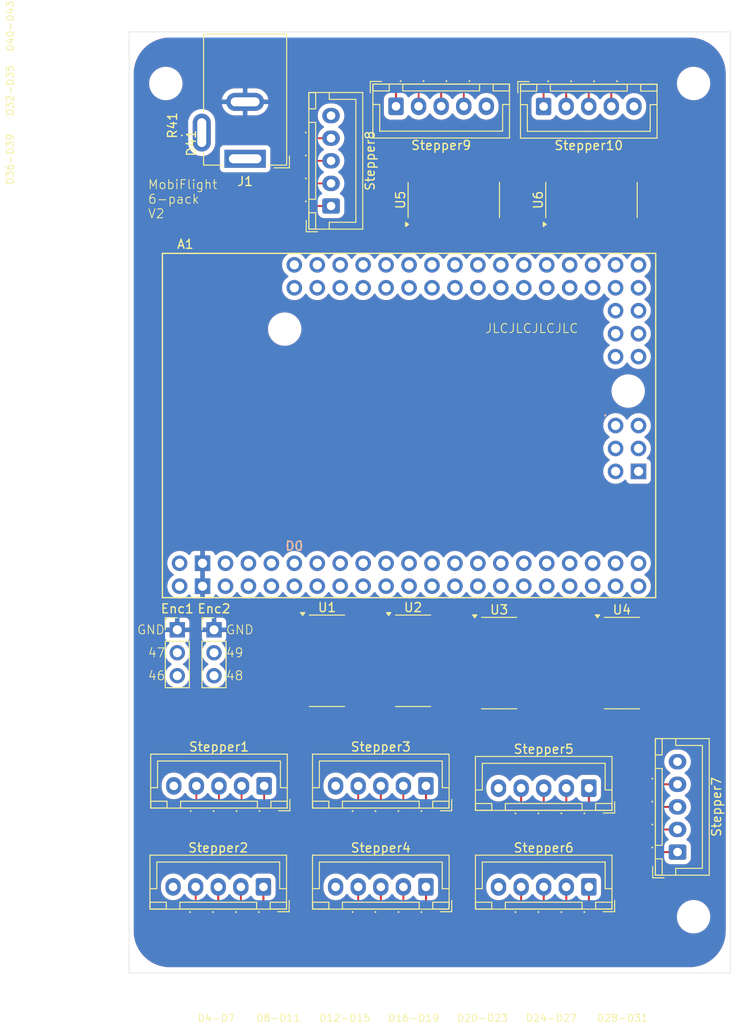
<source format=kicad_pcb>
(kicad_pcb (version 20221018) (generator pcbnew)
  (layers (0 "F.Cu" signal) (31 "B.Cu" signal) (34 "B.Paste" user) (35 "F.Paste" user) (36 "B.SilkS" user "B.Silkscreen") (37 "F.SilkS" user "F.Silkscreen") (38 "B.Mask" user) (39 "F.Mask" user) (44 "Edge.Cuts" user))
  (net 0 "")
  (net 31 "GND")
  (net 40 "VCC")
  (net 41 "S4_1")
  (net 42 "S4_2")
  (net 43 "S4_3")
  (net 44 "S4_4")
  (net 45 "S5_1")
  (net 46 "S5_2")
  (net 47 "S5_3")
  (net 48 "S5_4")
  (net 49 "S1_1")
  (net 50 "S1_2")
  (net 51 "S1_3")
  (net 52 "S1_4")
  (net 53 "S2_1")
  (net 54 "S2_2")
  (net 55 "S2_3")
  (net 56 "S2_4")
  (net 57 "S6_1")
  (net 58 "S6_2")
  (net 59 "S6_3")
  (net 60 "S6_4")
  (net 61 "S7_1")
  (net 62 "S7_2")
  (net 63 "S7_3")
  (net 64 "S7_4")
  (net 65 "S8_1")
  (net 66 "S8_2")
  (net 67 "S8_3")
  (net 68 "S8_4")
  (net 69 "S9_1")
  (net 70 "S9_2")
  (net 71 "S9_3")
  (net 72 "S9_4")
  (net 73 "S10_1")
  (net 74 "S10_2")
  (net 75 "S10_3")
  (net 76 "S10_4")
  (net 79 "S3_1")
  (net 80 "S3_2")
  (net 81 "S3_3")
  (net 82 "S3_4")
  (net 83 "/D4")
  (net 84 "/D5")
  (net 85 "/D6")
  (net 86 "/D7")
  (net 87 "/D8")
  (net 88 "/D9")
  (net 89 "/D10")
  (net 90 "/D11")
  (net 91 "/D12")
  (net 92 "/D13")
  (net 93 "/D14")
  (net 94 "/D15")
  (net 95 "/D16")
  (net 96 "/D17")
  (net 97 "/D18")
  (net 98 "/D19")
  (net 99 "/D20")
  (net 100 "/D21")
  (net 101 "/D22")
  (net 102 "/D23")
  (net 103 "/D24")
  (net 104 "/D25")
  (net 105 "/D26")
  (net 106 "/D27")
  (net 107 "/D28")
  (net 108 "/D29")
  (net 109 "/D30")
  (net 110 "/D31")
  (net 111 "/D32")
  (net 112 "/D33")
  (net 113 "/D34")
  (net 114 "/D35")
  (net 115 "/D36")
  (net 116 "/D37")
  (net 117 "/D38")
  (net 118 "/D39")
  (net 119 "/D40")
  (net 120 "/D41")
  (net 121 "/D42")
  (net 122 "/D43")
  (net 123 "/D44")
  (net 124 "/D45")
  (net 125 "Net-(Enc1-Pin_3)")
  (net 126 "Net-(Enc1-Pin_2)")
  (net 127 "Net-(Enc2-Pin_3)")
  (net 128 "Net-(Enc2-Pin_2)")
  (net 130 "Net-(D1-K)")
  (net 131 "Net-(D2-K)")
  (net 132 "Net-(D3-K)")
  (net 133 "Net-(D4-K)")
  (net 134 "Net-(D5-K)")
  (net 135 "Net-(D6-K)")
  (net 136 "Net-(D7-K)")
  (net 137 "Net-(D8-K)")
  (net 138 "Net-(D9-K)")
  (net 139 "Net-(D10-K)")
  (net 140 "Net-(D11-K)")
  (net 141 "Net-(D12-K)")
  (net 142 "Net-(D13-K)")
  (net 143 "Net-(D14-K)")
  (net 144 "Net-(D15-K)")
  (net 145 "Net-(D16-K)")
  (net 146 "Net-(D17-K)")
  (net 147 "Net-(D18-K)")
  (net 148 "Net-(D19-K)")
  (net 149 "Net-(D20-K)")
  (net 150 "Net-(D21-K)")
  (net 151 "Net-(D22-K)")
  (net 152 "Net-(D23-K)")
  (net 153 "Net-(D24-K)")
  (net 154 "Net-(D25-K)")
  (net 155 "Net-(D26-K)")
  (net 156 "Net-(D27-K)")
  (net 157 "Net-(D28-K)")
  (net 158 "Net-(D29-K)")
  (net 159 "Net-(D30-K)")
  (net 160 "Net-(D31-K)")
  (net 161 "Net-(D32-K)")
  (net 162 "Net-(D33-K)")
  (net 163 "Net-(D34-K)")
  (net 164 "Net-(D35-K)")
  (net 165 "Net-(D36-K)")
  (net 166 "Net-(D37-K)")
  (net 167 "Net-(D38-K)")
  (net 168 "Net-(D39-K)")
  (net 169 "Net-(D40-K)")
  (net 170 "Net-(D41-K)")
  (footprint "MountingHole:MountingHole_3.2mm_M3" (layer "F.Cu") (at 91.44 113.538)
    (fp_text reference "H2" hide)
    (fp_text value "MountingHole")
  )
  (footprint "LED_SMD:LED_0201_0603Metric" (layer "F.Cu") (at 107.322 130.393 -90)
    (fp_text reference "D8" hide)
    (fp_text value "LED")
  )
  (footprint "LED_SMD:LED_0201_0603Metric" (layer "F.Cu") (at 157.643 117.308 180)
    (fp_text reference "D27" hide)
    (fp_text value "LED")
  )
  (footprint "Resistor_SMD:R_0201_0603Metric" (layer "F.Cu") (at 110.878 130.393 90)
    (fp_text reference "R7" hide)
    (fp_text value "470R")
  )
  (footprint "LED_SMD:LED_0201_0603Metric" (layer "F.Cu") (at 138.256 36.722 90)
    (fp_text reference "D36" hide)
    (fp_text value "LED")
  )
  (footprint "LED_SMD:LED_0201_0603Metric" (layer "F.Cu") (at 152.052 36.739 90)
    (fp_text reference "D39" hide)
    (fp_text value "LED")
  )
  (footprint "Package_SO:SOIC-16_3.9x9.9mm_P1.27mm" (layer "F.Cu") (at 132.015 101.727)
    (fp_text reference "U2")
    (fp_text value "ULN2003")
  )
  (footprint "LED_SMD:LED_0201_0603Metric" (layer "F.Cu") (at 148.43 130.393 -90)
    (fp_text reference "D22" hide)
    (fp_text value "LED")
  )
  (footprint "Connector_JST:JST_XH_B5B-XH-A_1x05_P2.50mm_Vertical" (layer "F.Cu") (at 161.29 122.896 90)
    (fp_text reference "Stepper7")
    (fp_text value "Conn_01x05_Pin")
  )
  (footprint "LED_SMD:LED_0201_0603Metric" (layer "F.Cu") (at 106.426 44.45 -90)
    (fp_text reference "D41")
    (fp_text value "LED")
  )
  (footprint "Resistor_SMD:R_0201_0603Metric" (layer "F.Cu") (at 119.289 46.83)
    (fp_text reference "R31" hide)
    (fp_text value "470R")
  )
  (footprint "Package_SO:SOIC-16_3.9x9.9mm_P1.27mm" (layer "F.Cu") (at 136.525 50.735 90)
    (fp_text reference "U5")
    (fp_text value "ULN2003")
  )
  (footprint "LED_SMD:LED_0201_0603Metric" (layer "F.Cu") (at 145.89 119.471 -90)
    (fp_text reference "D19" hide)
    (fp_text value "LED")
  )
  (footprint "LED_SMD:LED_0201_0603Metric" (layer "F.Cu") (at 150.97 130.393 -90)
    (fp_text reference "D21" hide)
    (fp_text value "LED")
  )
  (footprint "Resistor_SMD:R_0201_0603Metric" (layer "F.Cu") (at 144.366 119.471 90)
    (fp_text reference "R20" hide)
    (fp_text value "470R")
  )
  (footprint "PCM_arduino-library:Clone_Mega2560_Pro_Socket" (layer "F.Cu") (at 104.267 56.642)
    (fp_text reference "A1")
    (fp_text value "Clone_Mega2560_Pro_Socket")
  )
  (footprint "LED_SMD:LED_0201_0603Metric" (layer "F.Cu") (at 107.402 119.217 -90)
    (fp_text reference "D4" hide)
    (fp_text value "LED")
  )
  (footprint "Resistor_SMD:R_0201_0603Metric" (layer "F.Cu") (at 148.495999 36.739 -90)
    (fp_text reference "R38" hide)
    (fp_text value "470R")
  )
  (footprint "Resistor_SMD:R_0201_0603Metric" (layer "F.Cu") (at 157.643 120.864001)
    (fp_text reference "R26" hide)
    (fp_text value "470R")
  )
  (footprint "Connector_JST:JST_XH_B5B-XH-A_1x05_P2.50mm_Vertical" (layer "F.Cu") (at 115.53 115.57 180)
    (fp_text reference "Stepper1")
    (fp_text value "Conn_01x05_Pin")
  )
  (footprint "Resistor_SMD:R_0201_0603Metric" (layer "F.Cu") (at 128.872 119.217 90)
    (fp_text reference "R11" hide)
    (fp_text value "470R")
  )
  (footprint "LED_SMD:LED_0201_0603Metric" (layer "F.Cu") (at 115.022 119.217 -90)
    (fp_text reference "D1" hide)
    (fp_text value "LED")
  )
  (footprint "MountingHole:MountingHole_3.2mm_M3" (layer "F.Cu") (at 163.068 37.846)
    (fp_text reference "H3" hide)
    (fp_text value "MountingHole")
  )
  (footprint "Resistor_SMD:R_0201_0603Metric" (layer "F.Cu") (at 108.338 130.393 90)
    (fp_text reference "R8" hide)
    (fp_text value "470R")
  )
  (footprint "Resistor_SMD:R_0201_0603Metric" (layer "F.Cu") (at 153.576 36.739 -90)
    (fp_text reference "R40" hide)
    (fp_text value "470R")
  )
  (footprint "Resistor_SMD:R_0201_0603Metric" (layer "F.Cu") (at 145.956 36.739 -90)
    (fp_text reference "R37" hide)
    (fp_text value "470R")
  )
  (footprint "LED_SMD:LED_0201_0603Metric" (layer "F.Cu") (at 109.862 130.393 -90)
    (fp_text reference "D7" hide)
    (fp_text value "LED")
  )
  (footprint "Resistor_SMD:R_0201_0603Metric" (layer "F.Cu") (at 119.289 51.91)
    (fp_text reference "R29" hide)
    (fp_text value "470R")
  )
  (footprint "LED_SMD:LED_0201_0603Metric" (layer "F.Cu") (at 133.175999 36.722 90)
    (fp_text reference "D34" hide)
    (fp_text value "LED")
  )
  (footprint "LED_SMD:LED_0201_0603Metric" (layer "F.Cu") (at 135.716 36.722 90)
    (fp_text reference "D35" hide)
    (fp_text value "LED")
  )
  (footprint "LED_SMD:LED_0201_0603Metric" (layer "F.Cu") (at 119.289 48.354 180)
    (fp_text reference "D30" hide)
    (fp_text value "LED")
  )
  (footprint "Resistor_SMD:R_0201_0603Metric" (layer "F.Cu") (at 131.412 130.393 90)
    (fp_text reference "R14" hide)
    (fp_text value "470R")
  )
  (footprint "MountingHole:MountingHole_3.2mm_M3" (layer "F.Cu") (at 163.068 130.048)
    (fp_text reference "H4" hide)
    (fp_text value "MountingHole")
  )
  (footprint "Resistor_SMD:R_0201_0603Metric" (layer "F.Cu") (at 146.906 130.393 90)
    (fp_text reference "R23" hide)
    (fp_text value "470R")
  )
  (footprint "Connector_JST:JST_XH_B5B-XH-A_1x05_P2.50mm_Vertical" (layer "F.Cu") (at 122.936 51.402 90)
    (fp_text reference "Stepper8")
    (fp_text value "Conn_01x05_Pin")
  )
  (footprint "Resistor_SMD:R_0201_0603Metric" (layer "F.Cu") (at 134.7 36.722 -90)
    (fp_text reference "R35" hide)
    (fp_text value "470R")
  )
  (footprint "Resistor_SMD:R_0201_0603Metric" (layer "F.Cu") (at 119.289 49.370001)
    (fp_text reference "R30" hide)
    (fp_text value "470R")
  )
  (footprint "Resistor_SMD:R_0201_0603Metric" (layer "F.Cu") (at 151.986 130.393 90)
    (fp_text reference "R21" hide)
    (fp_text value "470R")
  )
  (footprint "LED_SMD:LED_0201_0603Metric" (layer "F.Cu") (at 143.35 130.393 -90)
    (fp_text reference "D24" hide)
    (fp_text value "LED")
  )
  (footprint "LED_SMD:LED_0201_0603Metric" (layer "F.Cu") (at 132.936 119.217 -90)
    (fp_text reference "D9" hide)
    (fp_text value "LED")
  )
  (footprint "LED_SMD:LED_0201_0603Metric" (layer "F.Cu") (at 157.643 119.848 180)
    (fp_text reference "D26" hide)
    (fp_text value "LED")
  )
  (footprint "LED_SMD:LED_0201_0603Metric" (layer "F.Cu") (at 130.396 130.393 -90)
    (fp_text reference "D14" hide)
    (fp_text value "LED")
  )
  (footprint "Resistor_SMD:R_0201_0603Metric" (layer "F.Cu") (at 151.986 119.471 90)
    (fp_text reference "R17" hide)
    (fp_text value "470R")
  )
  (footprint "Package_SO:SOIC-16_3.9x9.9mm_P1.27mm" (layer "F.Cu") (at 122.493 101.727)
    (fp_text reference "U1")
    (fp_text value "ULN2003")
  )
  (footprint "LED_SMD:LED_0201_0603Metric" (layer "F.Cu") (at 114.942 130.393 -90)
    (fp_text reference "D5" hide)
    (fp_text value "LED")
  )
  (footprint "LED_SMD:LED_0201_0603Metric" (layer "F.Cu") (at 149.511999 36.739 90)
    (fp_text reference "D38" hide)
    (fp_text value "LED")
  )
  (footprint "LED_SMD:LED_0201_0603Metric" (layer "F.Cu") (at 109.942 119.217 -90)
    (fp_text reference "D3" hide)
    (fp_text value "LED")
  )
  (footprint "LED_SMD:LED_0201_0603Metric" (layer "F.Cu") (at 125.316 119.217 -90)
    (fp_text reference "D12" hide)
    (fp_text value "LED")
  )
  (footprint "Resistor_SMD:R_0201_0603Metric" (layer "F.Cu") (at 110.958 119.217 90)
    (fp_text reference "R3" hide)
    (fp_text value "470R")
  )
  (footprint "Resistor_SMD:R_0201_0603Metric" (layer "F.Cu") (at 133.952 119.217 90)
    (fp_text reference "R9" hide)
    (fp_text value "470R")
  )
  (footprint "Connector_PinHeader_2.54mm:PinHeader_1x03_P2.54mm_Vertical" (layer "F.Cu") (at 109.982 98.298)
    (fp_text reference "Enc2")
    (fp_text value "Conn_01x03_Pin")
  )
  (footprint "Resistor_SMD:R_0201_0603Metric" (layer "F.Cu") (at 157.643 123.404)
    (fp_text reference "R25" hide)
    (fp_text value "470R")
  )
  (footprint "Connector_JST:JST_XH_B5B-XH-A_1x05_P2.50mm_Vertical" (layer "F.Cu") (at 115.45 126.746 180)
    (fp_text reference "Stepper2")
    (fp_text value "Conn_01x05_Pin")
  )
  (footprint "Resistor_SMD:R_0201_0603Metric" (layer "F.Cu") (at 157.643 115.784)
    (fp_text reference "R28" hide)
    (fp_text value "470R")
  )
  (footprint "Resistor_SMD:R_0201_0603Metric" (layer "F.Cu") (at 157.643 118.324)
    (fp_text reference "R27" hide)
    (fp_text value "470R")
  )
  (footprint "LED_SMD:LED_0201_0603Metric" (layer "F.Cu") (at 154.592 36.739 90)
    (fp_text reference "D40" hide)
    (fp_text value "LED")
  )
  (footprint "LED_SMD:LED_0201_0603Metric" (layer "F.Cu") (at 125.316 130.393 -90)
    (fp_text reference "D16" hide)
    (fp_text value "LED")
  )
  (footprint "Connector_JST:JST_XH_B5B-XH-A_1x05_P2.50mm_Vertical" (layer "F.Cu") (at 146.464 40.386)
    (fp_text reference "Stepper10")
    (fp_text value "Conn_01x05_Pin")
  )
  (footprint "Resistor_SMD:R_0201_0603Metric" (layer "F.Cu") (at 146.906 119.471 90)
    (fp_text reference "R19" hide)
    (fp_text value "470R")
  )
  (footprint "Resistor_SMD:R_0201_0603Metric" (layer "F.Cu") (at 126.332 130.393 90)
    (fp_text reference "R16" hide)
    (fp_text value "470R")
  )
  (footprint "Resistor_SMD:R_0201_0603Metric" (layer "F.Cu") (at 126.332 119.217 90)
    (fp_text reference "R12" hide)
    (fp_text value "470R")
  )
  (footprint "Package_SO:SOIC-16_3.9x9.9mm_P1.27mm" (layer "F.Cu") (at 155.129 101.981)
    (fp_text reference "U4")
    (fp_text value "ULN2003")
  )
  (footprint "Connector_JST:JST_XH_B5B-XH-A_1x05_P2.50mm_Vertical" (layer "F.Cu") (at 130.128 40.369)
    (fp_text reference "Stepper9")
    (fp_text value "Conn_01x05_Pin")
  )
  (footprint "Connector_JST:JST_XH_B5B-XH-A_1x05_P2.50mm_Vertical" (layer "F.Cu") (at 151.478 126.746 180)
    (fp_text reference "Stepper6")
    (fp_text value "Conn_01x05_Pin")
  )
  (footprint "LED_SMD:LED_0201_0603Metric" (layer "F.Cu") (at 157.643 114.768 180)
    (fp_text reference "D28" hide)
    (fp_text value "LED")
  )
  (footprint "Resistor_SMD:R_0201_0603Metric" (layer "F.Cu") (at 113.498 119.217 90)
    (fp_text reference "R2" hide)
    (fp_text value "470R")
  )
  (footprint "LED_SMD:LED_0201_0603Metric" (layer "F.Cu") (at 130.396 119.217 -90)
    (fp_text reference "D10" hide)
    (fp_text value "LED")
  )
  (footprint "Resistor_SMD:R_0201_0603Metric" (layer "F.Cu") (at 137.24 36.722 -90)
    (fp_text reference "R36" hide)
    (fp_text value "470R")
  )
  (footprint "Connector_JST:JST_XH_B5B-XH-A_1x05_P2.50mm_Vertical" (layer "F.Cu") (at 151.478 115.824 180)
    (fp_text reference "Stepper5")
    (fp_text value "Conn_01x05_Pin")
  )
  (footprint "MountingHole:MountingHole_3.2mm_M3" (layer "F.Cu") (at 104.648 37.846)
    (fp_text reference "H1" hide)
    (fp_text value "MountingHole")
  )
  (footprint "Connector_BarrelJack:BarrelJack_GCT_DCJ200-10-A_Horizontal" (layer "F.Cu") (at 113.426 46.178 180)
    (fp_text reference "J1")
    (fp_text value "Barrel_Jack_Switch")
  )
  (footprint "Resistor_SMD:R_0201_0603Metric" (layer "F.Cu") (at 106.426 42.484 90)
    (fp_text reference "R41")
    (fp_text value "470R")
  )
  (footprint "Resistor_SMD:R_0201_0603Metric" (layer "F.Cu") (at 133.952 130.393 90)
    (fp_text reference "R13" hide)
    (fp_text value "470R")
  )
  (footprint "Resistor_SMD:R_0201_0603Metric" (layer "F.Cu") (at 144.366 130.393 90)
    (fp_text reference "R24" hide)
    (fp_text value "470R")
  )
  (footprint "Package_SO:SOIC-16_3.9x9.9mm_P1.27mm" (layer "F.Cu") (at 141.543 101.981)
    (fp_text reference "U3")
    (fp_text value "ULN2003")
  )
  (footprint "Resistor_SMD:R_0201_0603Metric" (layer "F.Cu") (at 116.038 119.217 90)
    (fp_text reference "R1" hide)
    (fp_text value "470R")
  )
  (footprint "LED_SMD:LED_0201_0603Metric" (layer "F.Cu") (at 146.971999 36.739 90)
    (fp_text reference "D37" hide)
    (fp_text value "LED")
  )
  (footprint "LED_SMD:LED_0201_0603Metric" (layer "F.Cu") (at 112.402 130.393 -90)
    (fp_text reference "D6" hide)
    (fp_text value "LED")
  )
  (footprint "LED_SMD:LED_0201_0603Metric" (layer "F.Cu") (at 132.936 130.393 -90)
    (fp_text reference "D13" hide)
    (fp_text value "LED")
  )
  (footprint "Resistor_SMD:R_0201_0603Metric" (layer "F.Cu") (at 129.62 36.722 -90)
    (fp_text reference "R33" hide)
    (fp_text value "470R")
  )
  (footprint "Connector_PinHeader_2.54mm:PinHeader_1x03_P2.54mm_Vertical" (layer "F.Cu") (at 105.918 98.298)
    (fp_text reference "Enc1")
    (fp_text value "Conn_01x03_Pin")
  )
  (footprint "LED_SMD:LED_0201_0603Metric" (layer "F.Cu") (at 127.856 119.217 -90)
    (fp_text reference "D11" hide)
    (fp_text value "LED")
  )
  (footprint "LED_SMD:LED_0201_0603Metric" (layer "F.Cu") (at 130.635999 36.722 90)
    (fp_text reference "D33" hide)
    (fp_text value "LED")
  )
  (footprint "Resistor_SMD:R_0201_0603Metric" (layer "F.Cu") (at 149.446 130.393 90)
    (fp_text reference "R22" hide)
    (fp_text value "470R")
  )
  (footprint "Connector_JST:JST_XH_B5B-XH-A_1x05_P2.50mm_Vertical" (layer "F.Cu") (at 133.444 115.57 180)
    (fp_text reference "Stepper3")
    (fp_text value "Conn_01x05_Pin")
  )
  (footprint "LED_SMD:LED_0201_0603Metric" (layer "F.Cu") (at 119.289 43.274 180)
    (fp_text reference "D32" hide)
    (fp_text value "LED")
  )
  (footprint "Resistor_SMD:R_0201_0603Metric" (layer "F.Cu") (at 128.872 130.393 90)
    (fp_text reference "R15" hide)
    (fp_text value "470R")
  )
  (footprint "Resistor_SMD:R_0201_0603Metric" (layer "F.Cu") (at 119.289 44.29)
    (fp_text reference "R32" hide)
    (fp_text value "470R")
  )
  (footprint "Resistor_SMD:R_0201_0603Metric" (layer "F.Cu") (at 132.159999 36.722 -90)
    (fp_text reference "R34" hide)
    (fp_text value "470R")
  )
  (footprint "LED_SMD:LED_0201_0603Metric" (layer "F.Cu") (at 157.643 122.388001 180)
    (fp_text reference "D25" hide)
    (fp_text value "LED")
  )
  (footprint "Resistor_SMD:R_0201_0603Metric" (layer "F.Cu") (at 151.036 36.739 -90)
    (fp_text reference "R39" hide)
    (fp_text value "470R")
  )
  (footprint "Resistor_SMD:R_0201_0603Metric" (layer "F.Cu") (at 113.418 130.393 90)
    (fp_text reference "R6" hide)
    (fp_text value "470R")
  )
  (footprint "LED_SMD:LED_0201_0603Metric" (layer "F.Cu") (at 150.97 119.471 -90)
    (fp_text reference "D17" hide)
    (fp_text value "LED")
  )
  (footprint "Resistor_SMD:R_0201_0603Metric" (layer "F.Cu") (at 115.958 130.393 90)
    (fp_text reference "R5" hide)
    (fp_text value "470R")
  )
  (footprint "Resistor_SMD:R_0201_0603Metric" (layer "F.Cu") (at 131.412 119.217 90)
    (fp_text reference "R10" hide)
    (fp_text value "470R")
  )
  (footprint "Resistor_SMD:R_0201_0603Metric" (layer "F.Cu") (at 149.446 119.471 90)
    (fp_text reference "R18" hide)
    (fp_text value "470R")
  )
  (footprint "LED_SMD:LED_0201_0603Metric" (layer "F.Cu") (at 119.289 50.894001 180)
    (fp_text reference "D29" hide)
    (fp_text value "LED")
  )
  (footprint "LED_SMD:LED_0201_0603Metric" (layer "F.Cu") (at 112.482 119.217 -90)
    (fp_text reference "D2" hide)
    (fp_text value "LED")
  )
  (footprint "Resistor_SMD:R_0201_0603Metric" (layer "F.Cu") (at 108.418 119.217 90)
    (fp_text reference "R4" hide)
    (fp_text value "470R")
  )
  (footprint "LED_SMD:LED_0201_0603Metric" (layer "F.Cu") (at 148.43 119.471 -90)
    (fp_text reference "D18" hide)
    (fp_text value "LED")
  )
  (footprint "Package_SO:SOIC-16_3.9x9.9mm_P1.27mm" (layer "F.Cu") (at 151.765 50.735 90)
    (fp_text reference "U6")
    (fp_text value "ULN2003")
  )
  (footprint "Connector_JST:JST_XH_B5B-XH-A_1x05_P2.50mm_Vertical" (layer "F.Cu") (at 133.444 126.746 180)
    (fp_text reference "Stepper4")
    (fp_text value "Conn_01x05_Pin")
  )
  (footprint "LED_SMD:LED_0201_0603Metric" (layer "F.Cu") (at 127.856 130.393 -90)
    (fp_text reference "D15" hide)
    (fp_text value "LED")
  )
  (footprint "LED_SMD:LED_0201_0603Metric" (layer "F.Cu") (at 143.35 119.471 -90)
    (fp_text reference "D20" hide)
    (fp_text value "LED")
  )
  (footprint "LED_SMD:LED_0201_0603Metric" (layer "F.Cu") (at 145.89 130.393 -90)
    (fp_text reference "D23" hide)
    (fp_text value "LED")
  )
  (footprint "LED_SMD:LED_0201_0603Metric" (layer "F.Cu") (at 119.289 45.814 180)
    (fp_text reference "D31" hide)
    (fp_text value "LED")
  )
  (gr_rect (start 100.584 32.138) (end 167.132 136.278) (stroke (width 0.05)) (fill none) (layer "Edge.Cuts"))
  (gr_text "D12-D15" (at 124.46 141.732) (layer "F.SilkS") (effects (font (size 0.8 0.8) (thickness 0.1)) (justify bottom)))
  (gr_text "D36-D39" (at 87.884 46.228 90) (layer "F.SilkS") (effects (font (size 0.8 0.8) (thickness 0.1)) (justify bottom)))
  (gr_text "GND" (at 111.252 98.298) (layer "F.SilkS") (effects (font (size 1 1) (thickness 0.1)) (justify left)))
  (gr_text "49" (at 111.252 100.838) (layer "F.SilkS") (effects (font (size 1 1) (thickness 0.1)) (justify left)))
  (gr_text "46" (at 104.648 103.378) (layer "F.SilkS") (effects (font (size 1 1) (thickness 0.1)) (justify right)))
  (gr_text "D4-D7" (at 110.236 141.732) (layer "F.SilkS") (effects (font (size 0.8 0.8) (thickness 0.1)) (justify bottom)))
  (gr_text "D20-D23" (at 139.7 141.732) (layer "F.SilkS") (effects (font (size 0.8 0.8) (thickness 0.1)) (justify bottom)))
  (gr_text "47" (at 104.648 100.838) (layer "F.SilkS") (effects (font (size 1 1) (thickness 0.1)) (justify right)))
  (gr_text "D8-D11" (at 117.094 141.732) (layer "F.SilkS") (effects (font (size 0.8 0.8) (thickness 0.1)) (justify bottom)))
  (gr_text "D32-D35" (at 87.884 38.608 90) (layer "F.SilkS") (effects (font (size 0.8 0.8) (thickness 0.1)) (justify bottom)))
  (gr_text "MobiFlight\n6-pack\nV2" (at 102.616 52.832) (layer "F.SilkS") (effects (font (size 1 1) (thickness 0.1)) (justify left bottom)))
  (gr_text "D28-D31" (at 155.194 141.732) (layer "F.SilkS") (effects (font (size 0.8 0.8) (thickness 0.1)) (justify bottom)))
  (gr_text "D16-D19" (at 132.08 141.732) (layer "F.SilkS") (effects (font (size 0.8 0.8) (thickness 0.1)) (justify bottom)))
  (gr_text "D40-D43" (at 87.884 31.496 90) (layer "F.SilkS") (effects (font (size 0.8 0.8) (thickness 0.1)) (justify bottom)))
  (gr_text "D24-D27" (at 147.32 141.732) (layer "F.SilkS") (effects (font (size 0.8 0.8) (thickness 0.1)) (justify bottom)))
  (gr_text "48" (at 111.252 103.378) (layer "F.SilkS") (effects (font (size 1 1) (thickness 0.1)) (justify left)))
  (gr_text "GND" (at 104.588 98.298) (layer "F.SilkS") (effects (font (size 1 1) (thickness 0.1)) (justify right)))
  (gr_text "JLCJLCJLCJLC" (at 139.954 65.532) (layer "F.SilkS") (effects (font (size 1 1) (thickness 0.1)) (justify left bottom)))
  (segment (start 133.952 130.073) (end 133.952 129.032) (width 0.2) (layer "F.Cu") (net 41))
  (segment (start 133.444 128.524) (end 133.444 126.746) (width 0.2) (layer "F.Cu") (net 41))
  (segment (start 133.952 129.032) (end 133.444 128.524) (width 0.2) (layer "F.Cu") (net 41))
  (segment (start 133.444 128.524) (end 133.444 126.746) (width 0.2) (layer "F.Cu") (net 41))
  (segment (start 133.952 130.073) (end 133.952 129.032) (width 0.2) (layer "F.Cu") (net 41))
  (segment (start 133.444 128.524) (end 133.444 126.746) (width 0.2) (layer "F.Cu") (net 41))
  (segment (start 133.952 129.032) (end 133.444 128.524) (width 0.2) (layer "F.Cu") (net 41))
  (segment (start 133.952 129.032) (end 133.444 128.524) (width 0.2) (layer "F.Cu") (net 41))
  (segment (start 133.952 130.073) (end 133.952 129.032) (width 0.2) (layer "F.Cu") (net 41))
  (segment (start 130.944 128.564) (end 130.944 126.746) (width 0.2) (layer "F.Cu") (net 42))
  (segment (start 131.412 129.032) (end 130.944 128.564) (width 0.2) (layer "F.Cu") (net 42))
  (segment (start 130.944 128.564) (end 130.944 126.746) (width 0.2) (layer "F.Cu") (net 42))
  (segment (start 131.412 130.073) (end 131.412 129.032) (width 0.2) (layer "F.Cu") (net 42))
  (segment (start 131.412 130.073) (end 131.412 129.032) (width 0.2) (layer "F.Cu") (net 42))
  (segment (start 131.412 129.032) (end 130.944 128.564) (width 0.2) (layer "F.Cu") (net 42))
  (segment (start 131.412 130.073) (end 131.412 129.032) (width 0.2) (layer "F.Cu") (net 42))
  (segment (start 130.944 128.564) (end 130.944 126.746) (width 0.2) (layer "F.Cu") (net 42))
  (segment (start 131.412 129.032) (end 130.944 128.564) (width 0.2) (layer "F.Cu") (net 42))
  (segment (start 128.444 128.604) (end 128.444 126.746) (width 0.2) (layer "F.Cu") (net 43))
  (segment (start 128.872 129.032) (end 128.444 128.604) (width 0.2) (layer "F.Cu") (net 43))
  (segment (start 128.872 129.032) (end 128.444 128.604) (width 0.2) (layer "F.Cu") (net 43))
  (segment (start 128.872 129.032) (end 128.444 128.604) (width 0.2) (layer "F.Cu") (net 43))
  (segment (start 128.872 130.073) (end 128.872 129.032) (width 0.2) (layer "F.Cu") (net 43))
  (segment (start 128.444 128.604) (end 128.444 126.746) (width 0.2) (layer "F.Cu") (net 43))
  (segment (start 128.444 128.604) (end 128.444 126.746) (width 0.2) (layer "F.Cu") (net 43))
  (segment (start 128.872 130.073) (end 128.872 129.032) (width 0.2) (layer "F.Cu") (net 43))
  (segment (start 128.872 130.073) (end 128.872 129.032) (width 0.2) (layer "F.Cu") (net 43))
  (segment (start 126.332 130.073) (end 126.332 129.032) (width 0.2) (layer "F.Cu") (net 44))
  (segment (start 126.332 129.032) (end 125.944 128.644) (width 0.2) (layer "F.Cu") (net 44))
  (segment (start 126.332 129.032) (end 125.944 128.644) (width 0.2) (layer "F.Cu") (net 44))
  (segment (start 126.332 129.032) (end 125.944 128.644) (width 0.2) (layer "F.Cu") (net 44))
  (segment (start 125.944 128.644) (end 125.944 126.746) (width 0.2) (layer "F.Cu") (net 44))
  (segment (start 125.944 128.644) (end 125.944 126.746) (width 0.2) (layer "F.Cu") (net 44))
  (segment (start 126.332 130.073) (end 126.332 129.032) (width 0.2) (layer "F.Cu") (net 44))
  (segment (start 125.944 128.644) (end 125.944 126.746) (width 0.2) (layer "F.Cu") (net 44))
  (segment (start 126.332 130.073) (end 126.332 129.032) (width 0.2) (layer "F.Cu") (net 44))
  (segment (start 151.986 118.11) (end 151.478 117.602) (width 0.2) (layer "F.Cu") (net 45))
  (segment (start 151.986 119.151) (end 151.986 118.11) (width 0.2) (layer "F.Cu") (net 45))
  (segment (start 151.986 119.151) (end 151.986 118.11) (width 0.2) (layer "F.Cu") (net 45))
  (segment (start 151.986 118.11) (end 151.478 117.602) (width 0.2) (layer "F.Cu") (net 45))
  (segment (start 151.986 118.11) (end 151.478 117.602) (width 0.2) (layer "F.Cu") (net 45))
  (segment (start 151.478 117.602) (end 151.478 115.824) (width 0.2) (layer "F.Cu") (net 45))
  (segment (start 151.478 117.602) (end 151.478 115.824) (width 0.2) (layer "F.Cu") (net 45))
  (segment (start 151.986 119.151) (end 151.986 118.11) (width 0.2) (layer "F.Cu") (net 45))
  (segment (start 151.478 117.602) (end 151.478 115.824) (width 0.2) (layer "F.Cu") (net 45))
  (segment (start 149.446 118.11) (end 148.978 117.642) (width 0.2) (layer "F.Cu") (net 46))
  (segment (start 149.446 118.11) (end 148.978 117.642) (width 0.2) (layer "F.Cu") (net 46))
  (segment (start 149.446 119.151) (end 149.446 118.11) (width 0.2) (layer "F.Cu") (net 46))
  (segment (start 149.446 118.11) (end 148.978 117.642) (width 0.2) (layer "F.Cu") (net 46))
  (segment (start 148.978 117.642) (end 148.978 115.824) (width 0.2) (layer "F.Cu") (net 46))
  (segment (start 148.978 117.642) (end 148.978 115.824) (width 0.2) (layer "F.Cu") (net 46))
  (segment (start 148.978 117.642) (end 148.978 115.824) (width 0.2) (layer "F.Cu") (net 46))
  (segment (start 149.446 119.151) (end 149.446 118.11) (width 0.2) (layer "F.Cu") (net 46))
  (segment (start 149.446 119.151) (end 149.446 118.11) (width 0.2) (layer "F.Cu") (net 46))
  (segment (start 146.906 118.11) (end 146.478 117.682) (width 0.2) (layer "F.Cu") (net 47))
  (segment (start 146.906 118.11) (end 146.478 117.682) (width 0.2) (layer "F.Cu") (net 47))
  (segment (start 146.478 117.682) (end 146.478 115.824) (width 0.2) (layer "F.Cu") (net 47))
  (segment (start 146.906 118.11) (end 146.478 117.682) (width 0.2) (layer "F.Cu") (net 47))
  (segment (start 146.906 119.151) (end 146.906 118.11) (width 0.2) (layer "F.Cu") (net 47))
  (segment (start 146.906 119.151) (end 146.906 118.11) (width 0.2) (layer "F.Cu") (net 47))
  (segment (start 146.478 117.682) (end 146.478 115.824) (width 0.2) (layer "F.Cu") (net 47))
  (segment (start 146.478 117.682) (end 146.478 115.824) (width 0.2) (layer "F.Cu") (net 47))
  (segment (start 146.906 119.151) (end 146.906 118.11) (width 0.2) (layer "F.Cu") (net 47))
  (segment (start 144.366 119.151) (end 144.366 118.11) (width 0.2) (layer "F.Cu") (net 48))
  (segment (start 143.978 117.722) (end 143.978 115.824) (width 0.2) (layer "F.Cu") (net 48))
  (segment (start 144.366 118.11) (end 143.978 117.722) (width 0.2) (layer "F.Cu") (net 48))
  (segment (start 144.366 118.11) (end 143.978 117.722) (width 0.2) (layer "F.Cu") (net 48))
  (segment (start 143.978 117.722) (end 143.978 115.824) (width 0.2) (layer "F.Cu") (net 48))
  (segment (start 144.366 119.151) (end 144.366 118.11) (width 0.2) (layer "F.Cu") (net 48))
  (segment (start 144.366 118.11) (end 143.978 117.722) (width 0.2) (layer "F.Cu") (net 48))
  (segment (start 144.366 119.151) (end 144.366 118.11) (width 0.2) (layer "F.Cu") (net 48))
  (segment (start 143.978 117.722) (end 143.978 115.824) (width 0.2) (layer "F.Cu") (net 48))
  (segment (start 115.958 130.073) (end 115.958 129.032) (width 0.2) (layer "F.Cu") (net 49))
  (segment (start 115.958 130.073) (end 115.958 129.032) (width 0.2) (layer "F.Cu") (net 49))
  (segment (start 115.958 129.032) (end 115.45 128.524) (width 0.2) (layer "F.Cu") (net 49))
  (segment (start 115.45 128.524) (end 115.45 126.746) (width 0.2) (layer "F.Cu") (net 49))
  (segment (start 115.958 129.032) (end 115.45 128.524) (width 0.2) (layer "F.Cu") (net 49))
  (segment (start 115.958 130.073) (end 115.958 129.032) (width 0.2) (layer "F.Cu") (net 49))
  (segment (start 115.958 129.032) (end 115.45 128.524) (width 0.2) (layer "F.Cu") (net 49))
  (segment (start 115.45 128.524) (end 115.45 126.746) (width 0.2) (layer "F.Cu") (net 49))
  (segment (start 115.45 128.524) (end 115.45 126.746) (width 0.2) (layer "F.Cu") (net 49))
  (segment (start 112.95 128.564) (end 112.95 126.746) (width 0.2) (layer "F.Cu") (net 50))
  (segment (start 113.418 129.032) (end 112.95 128.564) (width 0.2) (layer "F.Cu") (net 50))
  (segment (start 113.418 130.073) (end 113.418 129.032) (width 0.2) (layer "F.Cu") (net 50))
  (segment (start 113.418 129.032) (end 112.95 128.564) (width 0.2) (layer "F.Cu") (net 50))
  (segment (start 112.95 128.564) (end 112.95 126.746) (width 0.2) (layer "F.Cu") (net 50))
  (segment (start 113.418 130.073) (end 113.418 129.032) (width 0.2) (layer "F.Cu") (net 50))
  (segment (start 112.95 128.564) (end 112.95 126.746) (width 0.2) (layer "F.Cu") (net 50))
  (segment (start 113.418 130.073) (end 113.418 129.032) (width 0.2) (layer "F.Cu") (net 50))
  (segment (start 113.418 129.032) (end 112.95 128.564) (width 0.2) (layer "F.Cu") (net 50))
  (segment (start 110.878 130.073) (end 110.878 129.032) (width 0.2) (layer "F.Cu") (net 51))
  (segment (start 110.45 128.604) (end 110.45 126.746) (width 0.2) (layer "F.Cu") (net 51))
  (segment (start 110.878 129.032) (end 110.45 128.604) (width 0.2) (layer "F.Cu") (net 51))
  (segment (start 110.878 129.032) (end 110.45 128.604) (width 0.2) (layer "F.Cu") (net 51))
  (segment (start 110.45 128.604) (end 110.45 126.746) (width 0.2) (layer "F.Cu") (net 51))
  (segment (start 110.878 130.073) (end 110.878 129.032) (width 0.2) (layer "F.Cu") (net 51))
  (segment (start 110.45 128.604) (end 110.45 126.746) (width 0.2) (layer "F.Cu") (net 51))
  (segment (start 110.878 130.073) (end 110.878 129.032) (width 0.2) (layer "F.Cu") (net 51))
  (segment (start 110.878 129.032) (end 110.45 128.604) (width 0.2) (layer "F.Cu") (net 51))
  (segment (start 108.338 130.073) (end 108.338 129.032) (width 0.2) (layer "F.Cu") (net 52))
  (segment (start 107.95 128.644) (end 107.95 126.746) (width 0.2) (layer "F.Cu") (net 52))
  (segment (start 108.338 129.032) (end 107.95 128.644) (width 0.2) (layer "F.Cu") (net 52))
  (segment (start 107.95 128.644) (end 107.95 126.746) (width 0.2) (layer "F.Cu") (net 52))
  (segment (start 108.338 129.032) (end 107.95 128.644) (width 0.2) (layer "F.Cu") (net 52))
  (segment (start 107.95 128.644) (end 107.95 126.746) (width 0.2) (layer "F.Cu") (net 52))
  (segment (start 108.338 130.073) (end 108.338 129.032) (width 0.2) (layer "F.Cu") (net 52))
  (segment (start 108.338 130.073) (end 108.338 129.032) (width 0.2) (layer "F.Cu") (net 52))
  (segment (start 108.338 129.032) (end 107.95 128.644) (width 0.2) (layer "F.Cu") (net 52))
  (segment (start 115.53 117.348) (end 115.53 115.57) (width 0.2) (layer "F.Cu") (net 53))
  (segment (start 116.038 117.856) (end 115.53 117.348) (width 0.2) (layer "F.Cu") (net 53))
  (segment (start 116.038 118.897) (end 116.038 117.856) (width 0.2) (layer "F.Cu") (net 53))
  (segment (start 113.498 118.897) (end 113.498 117.856) (width 0.2) (layer "F.Cu") (net 54))
  (segment (start 113.498 117.856) (end 113.03 117.388) (width 0.2) (layer "F.Cu") (net 54))
  (segment (start 113.03 117.388) (end 113.03 115.57) (width 0.2) (layer "F.Cu") (net 54))
  (segment (start 110.958 117.856) (end 110.53 117.428) (width 0.2) (layer "F.Cu") (net 55))
  (segment (start 110.53 117.428) (end 110.53 115.57) (width 0.2) (layer "F.Cu") (net 55))
  (segment (start 110.958 118.897) (end 110.958 117.856) (width 0.2) (layer "F.Cu") (net 55))
  (segment (start 108.418 117.856) (end 108.03 117.468) (width 0.2) (layer "F.Cu") (net 56))
  (segment (start 108.418 118.897) (end 108.418 117.856) (width 0.2) (layer "F.Cu") (net 56))
  (segment (start 108.03 117.468) (end 108.03 115.57) (width 0.2) (layer "F.Cu") (net 56))
  (segment (start 151.986 130.073) (end 151.986 129.032) (width 0.2) (layer "F.Cu") (net 57))
  (segment (start 151.478 128.524) (end 151.478 126.746) (width 0.2) (layer "F.Cu") (net 57))
  (segment (start 151.986 129.032) (end 151.478 128.524) (width 0.2) (layer "F.Cu") (net 57))
  (segment (start 151.986 129.032) (end 151.478 128.524) (width 0.2) (layer "F.Cu") (net 57))
  (segment (start 151.986 130.073) (end 151.986 129.032) (width 0.2) (layer "F.Cu") (net 57))
  (segment (start 151.986 129.032) (end 151.478 128.524) (width 0.2) (layer "F.Cu") (net 57))
  (segment (start 151.478 128.524) (end 151.478 126.746) (width 0.2) (layer "F.Cu") (net 57))
  (segment (start 151.986 130.073) (end 151.986 129.032) (width 0.2) (layer "F.Cu") (net 57))
  (segment (start 151.478 128.524) (end 151.478 126.746) (width 0.2) (layer "F.Cu") (net 57))
  (segment (start 149.446 130.073) (end 149.446 129.032) (width 0.2) (layer "F.Cu") (net 58))
  (segment (start 148.978 128.564) (end 148.978 126.746) (width 0.2) (layer "F.Cu") (net 58))
  (segment (start 148.978 128.564) (end 148.978 126.746) (width 0.2) (layer "F.Cu") (net 58))
  (segment (start 149.446 129.032) (end 148.978 128.564) (width 0.2) (layer "F.Cu") (net 58))
  (segment (start 148.978 128.564) (end 148.978 126.746) (width 0.2) (layer "F.Cu") (net 58))
  (segment (start 149.446 129.032) (end 148.978 128.564) (width 0.2) (layer "F.Cu") (net 58))
  (segment (start 149.446 130.073) (end 149.446 129.032) (width 0.2) (layer "F.Cu") (net 58))
  (segment (start 149.446 130.073) (end 149.446 129.032) (width 0.2) (layer "F.Cu") (net 58))
  (segment (start 149.446 129.032) (end 148.978 128.564) (width 0.2) (layer "F.Cu") (net 58))
  (segment (start 146.478 128.604) (end 146.478 126.746) (width 0.2) (layer "F.Cu") (net 59))
  (segment (start 146.906 130.073) (end 146.906 129.032) (width 0.2) (layer "F.Cu") (net 59))
  (segment (start 146.906 129.032) (end 146.478 128.604) (width 0.2) (layer "F.Cu") (net 59))
  (segment (start 146.906 130.073) (end 146.906 129.032) (width 0.2) (layer "F.Cu") (net 59))
  (segment (start 146.906 129.032) (end 146.478 128.604) (width 0.2) (layer "F.Cu") (net 59))
  (segment (start 146.906 129.032) (end 146.478 128.604) (width 0.2) (layer "F.Cu") (net 59))
  (segment (start 146.906 130.073) (end 146.906 129.032) (width 0.2) (layer "F.Cu") (net 59))
  (segment (start 146.478 128.604) (end 146.478 126.746) (width 0.2) (layer "F.Cu") (net 59))
  (segment (start 146.478 128.604) (end 146.478 126.746) (width 0.2) (layer "F.Cu") (net 59))
  (segment (start 143.978 128.644) (end 143.978 126.746) (width 0.2) (layer "F.Cu") (net 60))
  (segment (start 144.366 129.032) (end 143.978 128.644) (width 0.2) (layer "F.Cu") (net 60))
  (segment (start 144.366 130.073) (end 144.366 129.032) (width 0.2) (layer "F.Cu") (net 60))
  (segment (start 143.978 128.644) (end 143.978 126.746) (width 0.2) (layer "F.Cu") (net 60))
  (segment (start 144.366 129.032) (end 143.978 128.644) (width 0.2) (layer "F.Cu") (net 60))
  (segment (start 144.366 130.073) (end 144.366 129.032) (width 0.2) (layer "F.Cu") (net 60))
  (segment (start 144.366 130.073) (end 144.366 129.032) (width 0.2) (layer "F.Cu") (net 60))
  (segment (start 144.366 129.032) (end 143.978 128.644) (width 0.2) (layer "F.Cu") (net 60))
  (segment (start 143.978 128.644) (end 143.978 126.746) (width 0.2) (layer "F.Cu") (net 60))
  (segment (start 159.004 123.404) (end 159.512 122.896) (width 0.2) (layer "F.Cu") (net 61))
  (segment (start 159.004 123.404) (end 159.512 122.896) (width 0.2) (layer "F.Cu") (net 61))
  (segment (start 159.512 122.896) (end 161.29 122.896) (width 0.2) (layer "F.Cu") (net 61))
  (segment (start 159.512 122.896) (end 161.29 122.896) (width 0.2) (layer "F.Cu") (net 61))
  (segment (start 157.963 123.404) (end 159.004 123.404) (width 0.2) (layer "F.Cu") (net 61))
  (segment (start 157.963 123.404) (end 159.004 123.404) (width 0.2) (layer "F.Cu") (net 61))
  (segment (start 157.963 120.864) (end 159.004 120.864) (width 0.2) (layer "F.Cu") (net 62))
  (segment (start 159.004 120.864) (end 159.472 120.396) (width 0.2) (layer "F.Cu") (net 62))
  (segment (start 157.963 120.864) (end 159.004 120.864) (width 0.2) (layer "F.Cu") (net 62))
  (segment (start 159.472 120.396) (end 161.29 120.396) (width 0.2) (layer "F.Cu") (net 62))
  (segment (start 159.004 120.864) (end 159.472 120.396) (width 0.2) (layer "F.Cu") (net 62))
  (segment (start 159.472 120.396) (end 161.29 120.396) (width 0.2) (layer "F.Cu") (net 62))
  (segment (start 159.432 117.896) (end 161.29 117.896) (width 0.2) (layer "F.Cu") (net 63))
  (segment (start 157.963 118.324) (end 159.004 118.324) (width 0.2) (layer "F.Cu") (net 63))
  (segment (start 159.004 118.324) (end 159.432 117.896) (width 0.2) (layer "F.Cu") (net 63))
  (segment (start 159.004 118.324) (end 159.432 117.896) (width 0.2) (layer "F.Cu") (net 63))
  (segment (start 157.963 118.324) (end 159.004 118.324) (width 0.2) (layer "F.Cu") (net 63))
  (segment (start 159.432 117.896) (end 161.29 117.896) (width 0.2) (layer "F.Cu") (net 63))
  (segment (start 157.963 115.784) (end 159.004 115.784) (width 0.2) (layer "F.Cu") (net 64))
  (segment (start 159.004 115.784) (end 159.392 115.396) (width 0.2) (layer "F.Cu") (net 64))
  (segment (start 159.392 115.396) (end 161.29 115.396) (width 0.2) (layer "F.Cu") (net 64))
  (segment (start 159.392 115.396) (end 161.29 115.396) (width 0.2) (layer "F.Cu") (net 64))
  (segment (start 157.963 115.784) (end 159.004 115.784) (width 0.2) (layer "F.Cu") (net 64))
  (segment (start 159.004 115.784) (end 159.392 115.396) (width 0.2) (layer "F.Cu") (net 64))
  (segment (start 121.158 51.402) (end 122.936 51.402) (width 0.2) (layer "F.Cu") (net 65))
  (segment (start 120.65 51.91) (end 121.158 51.402) (width 0.2) (layer "F.Cu") (net 65))
  (segment (start 119.609 51.91) (end 120.65 51.91) (width 0.2) (layer "F.Cu") (net 65))
  (segment (start 121.118 48.902) (end 122.936 48.902) (width 0.2) (layer "F.Cu") (net 66))
  (segment (start 120.65 49.37) (end 121.118 48.902) (width 0.2) (layer "F.Cu") (net 66))
  (segment (start 119.609 49.37) (end 120.65 49.37) (width 0.2) (layer "F.Cu") (net 66))
  (segment (start 121.078 46.402) (end 122.936 46.402) (width 0.2) (layer "F.Cu") (net 67))
  (segment (start 120.65 46.83) (end 121.078 46.402) (width 0.2) (layer "F.Cu") (net 67))
  (segment (start 119.609 46.83) (end 120.65 46.83) (width 0.2) (layer "F.Cu") (net 67))
  (segment (start 121.038 43.902) (end 122.936 43.902) (width 0.2) (layer "F.Cu") (net 68))
  (segment (start 119.609 44.29) (end 120.65 44.29) (width 0.2) (layer "F.Cu") (net 68))
  (segment (start 120.65 44.29) (end 121.038 43.902) (width 0.2) (layer "F.Cu") (net 68))
  (segment (start 129.62 37.042) (end 129.62 38.083) (width 0.2) (layer "F.Cu") (net 69))
  (segment (start 129.62 37.042) (end 129.62 38.083) (width 0.2) (layer "F.Cu") (net 69))
  (segment (start 130.128 38.591) (end 130.128 40.369) (width 0.2) (layer "F.Cu") (net 69))
  (segment (start 129.62 38.083) (end 130.128 38.591) (width 0.2) (layer "F.Cu") (net 69))
  (segment (start 130.128 38.591) (end 130.128 40.369) (width 0.2) (layer "F.Cu") (net 69))
  (segment (start 129.62 38.083) (end 130.128 38.591) (width 0.2) (layer "F.Cu") (net 69))
  (segment (start 132.16 38.083) (end 132.628 38.551) (width 0.2) (layer "F.Cu") (net 70))
  (segment (start 132.628 38.551) (end 132.628 40.369) (width 0.2) (layer "F.Cu") (net 70))
  (segment (start 132.16 38.083) (end 132.628 38.551) (width 0.2) (layer "F.Cu") (net 70))
  (segment (start 132.16 37.042) (end 132.16 38.083) (width 0.2) (layer "F.Cu") (net 70))
  (segment (start 132.628 38.551) (end 132.628 40.369) (width 0.2) (layer "F.Cu") (net 70))
  (segment (start 132.16 37.042) (end 132.16 38.083) (width 0.2) (layer "F.Cu") (net 70))
  (segment (start 134.7 38.083) (end 135.128 38.511) (width 0.2) (layer "F.Cu") (net 71))
  (segment (start 134.7 37.042) (end 134.7 38.083) (width 0.2) (layer "F.Cu") (net 71))
  (segment (start 135.128 38.511) (end 135.128 40.369) (width 0.2) (layer "F.Cu") (net 71))
  (segment (start 135.128 38.511) (end 135.128 40.369) (width 0.2) (layer "F.Cu") (net 71))
  (segment (start 134.7 37.042) (end 134.7 38.083) (width 0.2) (layer "F.Cu") (net 71))
  (segment (start 134.7 38.083) (end 135.128 38.511) (width 0.2) (layer "F.Cu") (net 71))
  (segment (start 137.24 38.083) (end 137.628 38.471) (width 0.2) (layer "F.Cu") (net 72))
  (segment (start 137.628 38.471) (end 137.628 40.369) (width 0.2) (layer "F.Cu") (net 72))
  (segment (start 137.24 37.042) (end 137.24 38.083) (width 0.2) (layer "F.Cu") (net 72))
  (segment (start 137.24 38.083) (end 137.628 38.471) (width 0.2) (layer "F.Cu") (net 72))
  (segment (start 137.628 38.471) (end 137.628 40.369) (width 0.2) (layer "F.Cu") (net 72))
  (segment (start 137.24 37.042) (end 137.24 38.083) (width 0.2) (layer "F.Cu") (net 72))
  (segment (start 145.956 37.059) (end 145.956 38.1) (width 0.2) (layer "F.Cu") (net 73))
  (segment (start 146.464 38.608) (end 146.464 40.386) (width 0.2) (layer "F.Cu") (net 73))
  (segment (start 145.956 38.1) (end 146.464 38.608) (width 0.2) (layer "F.Cu") (net 73))
  (segment (start 145.956 37.059) (end 145.956 38.1) (width 0.2) (layer "F.Cu") (net 73))
  (segment (start 146.464 38.608) (end 146.464 40.386) (width 0.2) (layer "F.Cu") (net 73))
  (segment (start 145.956 38.1) (end 146.464 38.608) (width 0.2) (layer "F.Cu") (net 73))
  (segment (start 148.496 38.1) (end 148.964 38.568) (width 0.2) (layer "F.Cu") (net 74))
  (segment (start 148.964 38.568) (end 148.964 40.386) (width 0.2) (layer "F.Cu") (net 74))
  (segment (start 148.496 37.059) (end 148.496 38.1) (width 0.2) (layer "F.Cu") (net 74))
  (segment (start 148.964 38.568) (end 148.964 40.386) (width 0.2) (layer "F.Cu") (net 74))
  (segment (start 148.496 37.059) (end 148.496 38.1) (width 0.2) (layer "F.Cu") (net 74))
  (segment (start 148.496 38.1) (end 148.964 38.568) (width 0.2) (layer "F.Cu") (net 74))
  (segment (start 151.464 38.528) (end 151.464 40.386) (width 0.2) (layer "F.Cu") (net 75))
  (segment (start 151.036 38.1) (end 151.464 38.528) (width 0.2) (layer "F.Cu") (net 75))
  (segment (start 151.036 38.1) (end 151.464 38.528) (width 0.2) (layer "F.Cu") (net 75))
  (segment (start 151.036 37.059) (end 151.036 38.1) (width 0.2) (layer "F.Cu") (net 75))
  (segment (start 151.036 37.059) (end 151.036 38.1) (width 0.2) (layer "F.Cu") (net 75))
  (segment (start 151.464 38.528) (end 151.464 40.386) (width 0.2) (layer "F.Cu") (net 75))
  (segment (start 153.576 37.059) (end 153.576 38.1) (width 0.2) (layer "F.Cu") (net 76))
  (segment (start 153.964 38.488) (end 153.964 40.386) (width 0.2) (layer "F.Cu") (net 76))
  (segment (start 153.964 38.488) (end 153.964 40.386) (width 0.2) (layer "F.Cu") (net 76))
  (segment (start 153.576 38.1) (end 153.964 38.488) (width 0.2) (layer "F.Cu") (net 76))
  (segment (start 153.576 38.1) (end 153.964 38.488) (width 0.2) (layer "F.Cu") (net 76))
  (segment (start 153.576 37.059) (end 153.576 38.1) (width 0.2) (layer "F.Cu") (net 76))
  (segment (start 133.444 117.348) (end 133.444 115.57) (width 0.2) (layer "F.Cu") (net 79))
  (segment (start 133.952 118.897) (end 133.952 117.856) (width 0.2) (layer "F.Cu") (net 79))
  (segment (start 133.952 117.856) (end 133.444 117.348) (width 0.2) (layer "F.Cu") (net 79))
  (segment (start 133.952 117.856) (end 133.444 117.348) (width 0.2) (layer "F.Cu") (net 79))
  (segment (start 133.444 117.348) (end 133.444 115.57) (width 0.2) (layer "F.Cu") (net 79))
  (segment (start 133.952 118.897) (end 133.952 117.856) (width 0.2) (layer "F.Cu") (net 79))
  (segment (start 133.952 118.897) (end 133.952 117.856) (width 0.2) (layer "F.Cu") (net 79))
  (segment (start 133.444 117.348) (end 133.444 115.57) (width 0.2) (layer "F.Cu") (net 79))
  (segment (start 133.952 117.856) (end 133.444 117.348) (width 0.2) (layer "F.Cu") (net 79))
  (segment (start 131.412 118.897) (end 131.412 117.856) (width 0.2) (layer "F.Cu") (net 80))
  (segment (start 130.944 117.388) (end 130.944 115.57) (width 0.2) (layer "F.Cu") (net 80))
  (segment (start 130.944 117.388) (end 130.944 115.57) (width 0.2) (layer "F.Cu") (net 80))
  (segment (start 131.412 118.897) (end 131.412 117.856) (width 0.2) (layer "F.Cu") (net 80))
  (segment (start 131.412 118.897) (end 131.412 117.856) (width 0.2) (layer "F.Cu") (net 80))
  (segment (start 131.412 117.856) (end 130.944 117.388) (width 0.2) (layer "F.Cu") (net 80))
  (segment (start 130.944 117.388) (end 130.944 115.57) (width 0.2) (layer "F.Cu") (net 80))
  (segment (start 131.412 117.856) (end 130.944 117.388) (width 0.2) (layer "F.Cu") (net 80))
  (segment (start 131.412 117.856) (end 130.944 117.388) (width 0.2) (layer "F.Cu") (net 80))
  (segment (start 128.872 117.856) (end 128.444 117.428) (width 0.2) (layer "F.Cu") (net 81))
  (segment (start 128.444 117.428) (end 128.444 115.57) (width 0.2) (layer "F.Cu") (net 81))
  (segment (start 128.872 117.856) (end 128.444 117.428) (width 0.2) (layer "F.Cu") (net 81))
  (segment (start 128.872 118.897) (end 128.872 117.856) (width 0.2) (layer "F.Cu") (net 81))
  (segment (start 128.872 117.856) (end 128.444 117.428) (width 0.2) (layer "F.Cu") (net 81))
  (segment (start 128.872 118.897) (end 128.872 117.856) (width 0.2) (layer "F.Cu") (net 81))
  (segment (start 128.444 117.428) (end 128.444 115.57) (width 0.2) (layer "F.Cu") (net 81))
  (segment (start 128.444 117.428) (end 128.444 115.57) (width 0.2) (layer "F.Cu") (net 81))
  (segment (start 128.872 118.897) (end 128.872 117.856) (width 0.2) (layer "F.Cu") (net 81))
  (segment (start 126.332 117.856) (end 125.944 117.468) (width 0.2) (layer "F.Cu") (net 82))
  (segment (start 126.332 118.897) (end 126.332 117.856) (width 0.2) (layer "F.Cu") (net 82))
  (segment (start 126.332 118.897) (end 126.332 117.856) (width 0.2) (layer "F.Cu") (net 82))
  (segment (start 125.944 117.468) (end 125.944 115.57) (width 0.2) (layer "F.Cu") (net 82))
  (segment (start 126.332 117.856) (end 125.944 117.468) (width 0.2) (layer "F.Cu") (net 82))
  (segment (start 126.332 117.856) (end 125.944 117.468) (width 0.2) (layer "F.Cu") (net 82))
  (segment (start 125.944 117.468) (end 125.944 115.57) (width 0.2) (layer "F.Cu") (net 82))
  (segment (start 125.944 117.468) (end 125.944 115.57) (width 0.2) (layer "F.Cu") (net 82))
  (segment (start 126.332 118.897) (end 126.332 117.856) (width 0.2) (layer "F.Cu") (net 82))
  (segment (start 115.221999 118.897) (end 115.861999 119.537) (width 0.2) (layer "F.Cu") (net 130))
  (segment (start 115.022 118.897) (end 115.221999 118.897) (width 0.2) (layer "F.Cu") (net 130))
  (segment (start 115.861999 119.537) (end 116.038 119.537) (width 0.2) (layer "F.Cu") (net 130))
  (segment (start 113.339544 119.537) (end 113.498 119.537) (width 0.2) (layer "F.Cu") (net 131))
  (segment (start 112.699544 118.897) (end 113.339544 119.537) (width 0.2) (layer "F.Cu") (net 131))
  (segment (start 112.482 118.897) (end 112.699544 118.897) (width 0.2) (layer "F.Cu") (net 131))
  (segment (start 110.799544 119.537) (end 110.958 119.537) (width 0.2) (layer "F.Cu") (net 132))
  (segment (start 110.159544 118.897) (end 110.799544 119.537) (width 0.2) (layer "F.Cu") (net 132))
  (segment (start 109.942 118.897) (end 110.159544 118.897) (width 0.2) (layer "F.Cu") (net 132))
  (segment (start 107.402 118.897) (end 107.619544 118.897) (width 0.2) (layer "F.Cu") (net 133))
  (segment (start 108.259544 119.537) (end 108.418 119.537) (width 0.2) (layer "F.Cu") (net 133))
  (segment (start 107.619544 118.897) (end 108.259544 119.537) (width 0.2) (layer "F.Cu") (net 133))
  (segment (start 114.942 130.073) (end 115.141999 130.073) (width 0.2) (layer "F.Cu") (net 134))
  (segment (start 115.141999 130.073) (end 115.781999 130.713) (width 0.2) (layer "F.Cu") (net 134))
  (segment (start 114.942 130.073) (end 115.141999 130.073) (width 0.2) (layer "F.Cu") (net 134))
  (segment (start 115.781999 130.713) (end 115.958 130.713) (width 0.2) (layer "F.Cu") (net 134))
  (segment (start 115.141999 130.073) (end 115.781999 130.713) (width 0.2) (layer "F.Cu") (net 134))
  (segment (start 115.781999 130.713) (end 115.958 130.713) (width 0.2) (layer "F.Cu") (net 134))
  (segment (start 114.942 130.073) (end 115.141999 130.073) (width 0.2) (layer "F.Cu") (net 134))
  (segment (start 115.141999 130.073) (end 115.781999 130.713) (width 0.2) (layer "F.Cu") (net 134))
  (segment (start 115.781999 130.713) (end 115.958 130.713) (width 0.2) (layer "F.Cu") (net 134))
  (segment (start 113.259544 130.713) (end 113.418 130.713) (width 0.2) (layer "F.Cu") (net 135))
  (segment (start 112.402 130.073) (end 112.619544 130.073) (width 0.2) (layer "F.Cu") (net 135))
  (segment (start 112.402 130.073) (end 112.619544 130.073) (width 0.2) (layer "F.Cu") (net 135))
  (segment (start 112.619544 130.073) (end 113.259544 130.713) (width 0.2) (layer "F.Cu") (net 135))
  (segment (start 113.259544 130.713) (end 113.418 130.713) (width 0.2) (layer "F.Cu") (net 135))
  (segment (start 112.619544 130.073) (end 113.259544 130.713) (width 0.2) (layer "F.Cu") (net 135))
  (segment (start 113.259544 130.713) (end 113.418 130.713) (width 0.2) (layer "F.Cu") (net 135))
  (segment (start 112.619544 130.073) (end 113.259544 130.713) (width 0.2) (layer "F.Cu") (net 135))
  (segment (start 112.402 130.073) (end 112.619544 130.073) (width 0.2) (layer "F.Cu") (net 135))
  (segment (start 110.719544 130.713) (end 110.878 130.713) (width 0.2) (layer "F.Cu") (net 136))
  (segment (start 109.862 130.073) (end 110.079544 130.073) (width 0.2) (layer "F.Cu") (net 136))
  (segment (start 110.079544 130.073) (end 110.719544 130.713) (width 0.2) (layer "F.Cu") (net 136))
  (segment (start 110.079544 130.073) (end 110.719544 130.713) (width 0.2) (layer "F.Cu") (net 136))
  (segment (start 110.719544 130.713) (end 110.878 130.713) (width 0.2) (layer "F.Cu") (net 136))
  (segment (start 109.862 130.073) (end 110.079544 130.073) (width 0.2) (layer "F.Cu") (net 136))
  (segment (start 110.079544 130.073) (end 110.719544 130.713) (width 0.2) (layer "F.Cu") (net 136))
  (segment (start 110.719544 130.713) (end 110.878 130.713) (width 0.2) (layer "F.Cu") (net 136))
  (segment (start 109.862 130.073) (end 110.079544 130.073) (width 0.2) (layer "F.Cu") (net 136))
  (segment (start 108.179544 130.713) (end 108.338 130.713) (width 0.2) (layer "F.Cu") (net 137))
  (segment (start 107.539544 130.073) (end 108.179544 130.713) (width 0.2) (layer "F.Cu") (net 137))
  (segment (start 107.539544 130.073) (end 108.179544 130.713) (width 0.2) (layer "F.Cu") (net 137))
  (segment (start 107.322 130.073) (end 107.539544 130.073) (width 0.2) (layer "F.Cu") (net 137))
  (segment (start 108.179544 130.713) (end 108.338 130.713) (width 0.2) (layer "F.Cu") (net 137))
  (segment (start 108.179544 130.713) (end 108.338 130.713) (width 0.2) (layer "F.Cu") (net 137))
  (segment (start 107.322 130.073) (end 107.539544 130.073) (width 0.2) (layer "F.Cu") (net 137))
  (segment (start 107.539544 130.073) (end 108.179544 130.713) (width 0.2) (layer "F.Cu") (net 137))
  (segment (start 107.322 130.073) (end 107.539544 130.073) (width 0.2) (layer "F.Cu") (net 137))
  (segment (start 132.936 118.897) (end 133.135999 118.897) (width 0.2) (layer "F.Cu") (net 138))
  (segment (start 132.936 118.897) (end 133.135999 118.897) (width 0.2) (layer "F.Cu") (net 138))
  (segment (start 133.775999 119.537) (end 133.952 119.537) (width 0.2) (layer "F.Cu") (net 138))
  (segment (start 133.135999 118.897) (end 133.775999 119.537) (width 0.2) (layer "F.Cu") (net 138))
  (segment (start 133.775999 119.537) (end 133.952 119.537) (width 0.2) (layer "F.Cu") (net 138))
  (segment (start 133.135999 118.897) (end 133.775999 119.537) (width 0.2) (layer "F.Cu") (net 138))
  (segment (start 132.936 118.897) (end 133.135999 118.897) (width 0.2) (layer "F.Cu") (net 138))
  (segment (start 133.135999 118.897) (end 133.775999 119.537) (width 0.2) (layer "F.Cu") (net 138))
  (segment (start 133.775999 119.537) (end 133.952 119.537) (width 0.2) (layer "F.Cu") (net 138))
  (segment (start 130.396 118.897) (end 130.613544 118.897) (width 0.2) (layer "F.Cu") (net 139))
  (segment (start 131.253544 119.537) (end 131.412 119.537) (width 0.2) (layer "F.Cu") (net 139))
  (segment (start 130.613544 118.897) (end 131.253544 119.537) (width 0.2) (layer "F.Cu") (net 139))
  (segment (start 130.396 118.897) (end 130.613544 118.897) (width 0.2) (layer "F.Cu") (net 139))
  (segment (start 130.613544 118.897) (end 131.253544 119.537) (width 0.2) (layer "F.Cu") (net 139))
  (segment (start 131.253544 119.537) (end 131.412 119.537) (width 0.2) (layer "F.Cu") (net 139))
  (segment (start 130.613544 118.897) (end 131.253544 119.537) (width 0.2) (layer "F.Cu") (net 139))
  (segment (start 130.396 118.897) (end 130.613544 118.897) (width 0.2) (layer "F.Cu") (net 139))
  (segment (start 131.253544 119.537) (end 131.412 119.537) (width 0.2) (layer "F.Cu") (net 139))
  (segment (start 128.073544 118.897) (end 128.713544 119.537) (width 0.2) (layer "F.Cu") (net 140))
  (segment (start 128.073544 118.897) (end 128.713544 119.537) (width 0.2) (layer "F.Cu") (net 140))
  (segment (start 128.713544 119.537) (end 128.872 119.537) (width 0.2) (layer "F.Cu") (net 140))
  (segment (start 128.073544 118.897) (end 128.713544 119.537) (width 0.2) (layer "F.Cu") (net 140))
  (segment (start 127.856 118.897) (end 128.073544 118.897) (width 0.2) (layer "F.Cu") (net 140))
  (segment (start 127.856 118.897) (end 128.073544 118.897) (width 0.2) (layer "F.Cu") (net 140))
  (segment (start 128.713544 119.537) (end 128.872 119.537) (width 0.2) (layer "F.Cu") (net 140))
  (segment (start 127.856 118.897) (end 128.073544 118.897) (width 0.2) (layer "F.Cu") (net 140))
  (segment (start 128.713544 119.537) (end 128.872 119.537) (width 0.2) (layer "F.Cu") (net 140))
  (segment (start 125.316 118.897) (end 125.533544 118.897) (width 0.2) (layer "F.Cu") (net 141))
  (segment (start 126.173544 119.537) (end 126.332 119.537) (width 0.2) (layer "F.Cu") (net 141))
  (segment (start 126.173544 119.537) (end 126.332 119.537) (width 0.2) (layer "F.Cu") (net 141))
  (segment (start 125.533544 118.897) (end 126.173544 119.537) (width 0.2) (layer "F.Cu") (net 141))
  (segment (start 126.173544 119.537) (end 126.332 119.537) (width 0.2) (layer "F.Cu") (net 141))
  (segment (start 125.533544 118.897) (end 126.173544 119.537) (width 0.2) (layer "F.Cu") (net 141))
  (segment (start 125.533544 118.897) (end 126.173544 119.537) (width 0.2) (layer "F.Cu") (net 141))
  (segment (start 125.316 118.897) (end 125.533544 118.897) (width 0.2) (layer "F.Cu") (net 141))
  (segment (start 125.316 118.897) (end 125.533544 118.897) (width 0.2) (layer "F.Cu") (net 141))
  (segment (start 133.775999 130.713) (end 133.952 130.713) (width 0.2) (layer "F.Cu") (net 142))
  (segment (start 133.135999 130.073) (end 133.775999 130.713) (width 0.2) (layer "F.Cu") (net 142))
  (segment (start 133.775999 130.713) (end 133.952 130.713) (width 0.2) (layer "F.Cu") (net 142))
  (segment (start 132.936 130.073) (end 133.135999 130.073) (width 0.2) (layer "F.Cu") (net 142))
  (segment (start 133.135999 130.073) (end 133.775999 130.713) (width 0.2) (layer "F.Cu") (net 142))
  (segment (start 133.135999 130.073) (end 133.775999 130.713) (width 0.2) (layer "F.Cu") (net 142))
  (segment (start 133.775999 130.713) (end 133.952 130.713) (width 0.2) (layer "F.Cu") (net 142))
  (segment (start 132.936 130.073) (end 133.135999 130.073) (width 0.2) (layer "F.Cu") (net 142))
  (segment (start 132.936 130.073) (end 133.135999 130.073) (width 0.2) (layer "F.Cu") (net 142))
  (segment (start 130.396 130.073) (end 130.613544 130.073) (width 0.2) (layer "F.Cu") (net 143))
  (segment (start 130.396 130.073) (end 130.613544 130.073) (width 0.2) (layer "F.Cu") (net 143))
  (segment (start 131.253544 130.713) (end 131.412 130.713) (width 0.2) (layer "F.Cu") (net 143))
  (segment (start 130.613544 130.073) (end 131.253544 130.713) (width 0.2) (layer "F.Cu") (net 143))
  (segment (start 131.253544 130.713) (end 131.412 130.713) (width 0.2) (layer "F.Cu") (net 143))
  (segment (start 130.613544 130.073) (end 131.253544 130.713) (width 0.2) (layer "F.Cu") (net 143))
  (segment (start 130.613544 130.073) (end 131.253544 130.713) (width 0.2) (layer "F.Cu") (net 143))
  (segment (start 130.396 130.073) (end 130.613544 130.073) (width 0.2) (layer "F.Cu") (net 143))
  (segment (start 131.253544 130.713) (end 131.412 130.713) (width 0.2) (layer "F.Cu") (net 143))
  (segment (start 128.713544 130.713) (end 128.872 130.713) (width 0.2) (layer "F.Cu") (net 144))
  (segment (start 128.073544 130.073) (end 128.713544 130.713) (width 0.2) (layer "F.Cu") (net 144))
  (segment (start 127.856 130.073) (end 128.073544 130.073) (width 0.2) (layer "F.Cu") (net 144))
  (segment (start 128.713544 130.713) (end 128.872 130.713) (width 0.2) (layer "F.Cu") (net 144))
  (segment (start 128.713544 130.713) (end 128.872 130.713) (width 0.2) (layer "F.Cu") (net 144))
  (segment (start 128.073544 130.073) (end 128.713544 130.713) (width 0.2) (layer "F.Cu") (net 144))
  (segment (start 127.856 130.073) (end 128.073544 130.073) (width 0.2) (layer "F.Cu") (net 144))
  (segment (start 127.856 130.073) (end 128.073544 130.073) (width 0.2) (layer "F.Cu") (net 144))
  (segment (start 128.073544 130.073) (end 128.713544 130.713) (width 0.2) (layer "F.Cu") (net 144))
  (segment (start 126.173544 130.713) (end 126.332 130.713) (width 0.2) (layer "F.Cu") (net 145))
  (segment (start 125.316 130.073) (end 125.533544 130.073) (width 0.2) (layer "F.Cu") (net 145))
  (segment (start 126.173544 130.713) (end 126.332 130.713) (width 0.2) (layer "F.Cu") (net 145))
  (segment (start 125.316 130.073) (end 125.533544 130.073) (width 0.2) (layer "F.Cu") (net 145))
  (segment (start 126.173544 130.713) (end 126.332 130.713) (width 0.2) (layer "F.Cu") (net 145))
  (segment (start 125.533544 130.073) (end 126.173544 130.713) (width 0.2) (layer "F.Cu") (net 145))
  (segment (start 125.533544 130.073) (end 126.173544 130.713) (width 0.2) (layer "F.Cu") (net 145))
  (segment (start 125.533544 130.073) (end 126.173544 130.713) (width 0.2) (layer "F.Cu") (net 145))
  (segment (start 125.316 130.073) (end 125.533544 130.073) (width 0.2) (layer "F.Cu") (net 145))
  (segment (start 151.809999 119.791) (end 151.986 119.791) (width 0.2) (layer "F.Cu") (net 146))
  (segment (start 150.97 119.151) (end 151.169999 119.151) (width 0.2) (layer "F.Cu") (net 146))
  (segment (start 150.97 119.151) (end 151.169999 119.151) (width 0.2) (layer "F.Cu") (net 146))
  (segment (start 151.169999 119.151) (end 151.809999 119.791) (width 0.2) (layer "F.Cu") (net 146))
  (segment (start 151.169999 119.151) (end 151.809999 119.791) (width 0.2) (layer "F.Cu") (net 146))
  (segment (start 151.809999 119.791) (end 151.986 119.791) (width 0.2) (layer "F.Cu") (net 146))
  (segment (start 151.809999 119.791) (end 151.986 119.791) (width 0.2) (layer "F.Cu") (net 146))
  (segment (start 151.169999 119.151) (end 151.809999 119.791) (width 0.2) (layer "F.Cu") (net 146))
  (segment (start 150.97 119.151) (end 151.169999 119.151) (width 0.2) (layer "F.Cu") (net 146))
  (segment (start 148.43 119.151) (end 148.647544 119.151) (width 0.2) (layer "F.Cu") (net 147))
  (segment (start 149.287544 119.791) (end 149.446 119.791) (width 0.2) (layer "F.Cu") (net 147))
  (segment (start 148.43 119.151) (end 148.647544 119.151) (width 0.2) (layer "F.Cu") (net 147))
  (segment (start 148.43 119.151) (end 148.647544 119.151) (width 0.2) (layer "F.Cu") (net 147))
  (segment (start 149.287544 119.791) (end 149.446 119.791) (width 0.2) (layer "F.Cu") (net 147))
  (segment (start 148.647544 119.151) (end 149.287544 119.791) (width 0.2) (layer "F.Cu") (net 147))
  (segment (start 148.647544 119.151) (end 149.287544 119.791) (width 0.2) (layer "F.Cu") (net 147))
  (segment (start 149.287544 119.791) (end 149.446 119.791) (width 0.2) (layer "F.Cu") (net 147))
  (segment (start 148.647544 119.151) (end 149.287544 119.791) (width 0.2) (layer "F.Cu") (net 147))
  (segment (start 146.747544 119.791) (end 146.906 119.791) (width 0.2) (layer "F.Cu") (net 148))
  (segment (start 145.89 119.151) (end 146.107544 119.151) (width 0.2) (layer "F.Cu") (net 148))
  (segment (start 146.107544 119.151) (end 146.747544 119.791) (width 0.2) (layer "F.Cu") (net 148))
  (segment (start 145.89 119.151) (end 146.107544 119.151) (width 0.2) (layer "F.Cu") (net 148))
  (segment (start 146.107544 119.151) (end 146.747544 119.791) (width 0.2) (layer "F.Cu") (net 148))
  (segment (start 146.747544 119.791) (end 146.906 119.791) (width 0.2) (layer "F.Cu") (net 148))
  (segment (start 145.89 119.151) (end 146.107544 119.151) (width 0.2) (layer "F.Cu") (net 148))
  (segment (start 146.107544 119.151) (end 146.747544 119.791) (width 0.2) (layer "F.Cu") (net 148))
  (segment (start 146.747544 119.791) (end 146.906 119.791) (width 0.2) (layer "F.Cu") (net 148))
  (segment (start 143.567544 119.151) (end 144.207544 119.791) (width 0.2) (layer "F.Cu") (net 149))
  (segment (start 143.35 119.151) (end 143.567544 119.151) (width 0.2) (layer "F.Cu") (net 149))
  (segment (start 144.207544 119.791) (end 144.366 119.791) (width 0.2) (layer "F.Cu") (net 149))
  (segment (start 143.35 119.151) (end 143.567544 119.151) (width 0.2) (layer "F.Cu") (net 149))
  (segment (start 144.207544 119.791) (end 144.366 119.791) (width 0.2) (layer "F.Cu") (net 149))
  (segment (start 144.207544 119.791) (end 144.366 119.791) (width 0.2) (layer "F.Cu") (net 149))
  (segment (start 143.35 119.151) (end 143.567544 119.151) (width 0.2) (layer "F.Cu") (net 149))
  (segment (start 143.567544 119.151) (end 144.207544 119.791) (width 0.2) (layer "F.Cu") (net 149))
  (segment (start 143.567544 119.151) (end 144.207544 119.791) (width 0.2) (layer "F.Cu") (net 149))
  (segment (start 151.169999 130.073) (end 151.809999 130.713) (width 0.2) (layer "F.Cu") (net 150))
  (segment (start 151.169999 130.073) (end 151.809999 130.713) (width 0.2) (layer "F.Cu") (net 150))
  (segment (start 150.97 130.073) (end 151.169999 130.073) (width 0.2) (layer "F.Cu") (net 150))
  (segment (start 151.169999 130.073) (end 151.809999 130.713) (width 0.2) (layer "F.Cu") (net 150))
  (segment (start 151.809999 130.713) (end 151.986 130.713) (width 0.2) (layer "F.Cu") (net 150))
  (segment (start 150.97 130.073) (end 151.169999 130.073) (width 0.2) (layer "F.Cu") (net 150))
  (segment (start 150.97 130.073) (end 151.169999 130.073) (width 0.2) (layer "F.Cu") (net 150))
  (segment (start 151.809999 130.713) (end 151.986 130.713) (width 0.2) (layer "F.Cu") (net 150))
  (segment (start 151.809999 130.713) (end 151.986 130.713) (width 0.2) (layer "F.Cu") (net 150))
  (segment (start 149.287544 130.713) (end 149.446 130.713) (width 0.2) (layer "F.Cu") (net 151))
  (segment (start 149.287544 130.713) (end 149.446 130.713) (width 0.2) (layer "F.Cu") (net 151))
  (segment (start 148.647544 130.073) (end 149.287544 130.713) (width 0.2) (layer "F.Cu") (net 151))
  (segment (start 148.43 130.073) (end 148.647544 130.073) (width 0.2) (layer "F.Cu") (net 151))
  (segment (start 148.43 130.073) (end 148.647544 130.073) (width 0.2) (layer "F.Cu") (net 151))
  (segment (start 148.647544 130.073) (end 149.287544 130.713) (width 0.2) (layer "F.Cu") (net 151))
  (segment (start 148.647544 130.073) (end 149.287544 130.713) (width 0.2) (layer "F.Cu") (net 151))
  (segment (start 148.43 130.073) (end 148.647544 130.073) (width 0.2) (layer "F.Cu") (net 151))
  (segment (start 149.287544 130.713) (end 149.446 130.713) (width 0.2) (layer "F.Cu") (net 151))
  (segment (start 146.747544 130.713) (end 146.906 130.713) (width 0.2) (layer "F.Cu") (net 152))
  (segment (start 146.107544 130.073) (end 146.747544 130.713) (width 0.2) (layer "F.Cu") (net 152))
  (segment (start 145.89 130.073) (end 146.107544 130.073) (width 0.2) (layer "F.Cu") (net 152))
  (segment (start 146.747544 130.713) (end 146.906 130.713) (width 0.2) (layer "F.Cu") (net 152))
  (segment (start 146.107544 130.073) (end 146.747544 130.713) (width 0.2) (layer "F.Cu") (net 152))
  (segment (start 145.89 130.073) (end 146.107544 130.073) (width 0.2) (layer "F.Cu") (net 152))
  (segment (start 146.107544 130.073) (end 146.747544 130.713) (width 0.2) (layer "F.Cu") (net 152))
  (segment (start 146.747544 130.713) (end 146.906 130.713) (width 0.2) (layer "F.Cu") (net 152))
  (segment (start 145.89 130.073) (end 146.107544 130.073) (width 0.2) (layer "F.Cu") (net 152))
  (segment (start 144.207544 130.713) (end 144.366 130.713) (width 0.2) (layer "F.Cu") (net 153))
  (segment (start 143.567544 130.073) (end 144.207544 130.713) (width 0.2) (layer "F.Cu") (net 153))
  (segment (start 143.567544 130.073) (end 144.207544 130.713) (width 0.2) (layer "F.Cu") (net 153))
  (segment (start 143.35 130.073) (end 143.567544 130.073) (width 0.2) (layer "F.Cu") (net 153))
  (segment (start 143.35 130.073) (end 143.567544 130.073) (width 0.2) (layer "F.Cu") (net 153))
  (segment (start 144.207544 130.713) (end 144.366 130.713) (width 0.2) (layer "F.Cu") (net 153))
  (segment (start 144.207544 130.713) (end 144.366 130.713) (width 0.2) (layer "F.Cu") (net 153))
  (segment (start 143.567544 130.073) (end 144.207544 130.713) (width 0.2) (layer "F.Cu") (net 153))
  (segment (start 143.35 130.073) (end 143.567544 130.073) (width 0.2) (layer "F.Cu") (net 153))
  (segment (start 157.963 122.587999) (end 157.323 123.227999) (width 0.2) (layer "F.Cu") (net 154))
  (segment (start 157.963 122.388) (end 157.963 122.587999) (width 0.2) (layer "F.Cu") (net 154))
  (segment (start 157.323 123.227999) (end 157.323 123.404) (width 0.2) (layer "F.Cu") (net 154))
  (segment (start 157.323 123.227999) (end 157.323 123.404) (width 0.2) (layer "F.Cu") (net 154))
  (segment (start 157.963 122.587999) (end 157.323 123.227999) (width 0.2) (layer "F.Cu") (net 154))
  (segment (start 157.963 122.388) (end 157.963 122.587999) (width 0.2) (layer "F.Cu") (net 154))
  (segment (start 157.963 120.065544) (end 157.323 120.705544) (width 0.2) (layer "F.Cu") (net 155))
  (segment (start 157.963 119.848) (end 157.963 120.065544) (width 0.2) (layer "F.Cu") (net 155))
  (segment (start 157.963 119.848) (end 157.963 120.065544) (width 0.2) (layer "F.Cu") (net 155))
  (segment (start 157.323 120.705544) (end 157.323 120.864) (width 0.2) (layer "F.Cu") (net 155))
  (segment (start 157.963 120.065544) (end 157.323 120.705544) (width 0.2) (layer "F.Cu") (net 155))
  (segment (start 157.323 120.705544) (end 157.323 120.864) (width 0.2) (layer "F.Cu") (net 155))
  (segment (start 157.963 117.308) (end 157.963 117.525544) (width 0.2) (layer "F.Cu") (net 156))
  (segment (start 157.963 117.525544) (end 157.323 118.165544) (width 0.2) (layer "F.Cu") (net 156))
  (segment (start 157.963 117.308) (end 157.963 117.525544) (width 0.2) (layer "F.Cu") (net 156))
  (segment (start 157.323 118.165544) (end 157.323 118.324) (width 0.2) (layer "F.Cu") (net 156))
  (segment (start 157.963 117.525544) (end 157.323 118.165544) (width 0.2) (layer "F.Cu") (net 156))
  (segment (start 157.323 118.165544) (end 157.323 118.324) (width 0.2) (layer "F.Cu") (net 156))
  (segment (start 157.323 115.625544) (end 157.323 115.784) (width 0.2) (layer "F.Cu") (net 157))
  (segment (start 157.963 114.768) (end 157.963 114.985544) (width 0.2) (layer "F.Cu") (net 157))
  (segment (start 157.963 114.768) (end 157.963 114.985544) (width 0.2) (layer "F.Cu") (net 157))
  (segment (start 157.323 115.625544) (end 157.323 115.784) (width 0.2) (layer "F.Cu") (net 157))
  (segment (start 157.963 114.985544) (end 157.323 115.625544) (width 0.2) (layer "F.Cu") (net 157))
  (segment (start 157.963 114.985544) (end 157.323 115.625544) (width 0.2) (layer "F.Cu") (net 157))
  (segment (start 119.609 50.894) (end 119.609 51.093999) (width 0.2) (layer "F.Cu") (net 158))
  (segment (start 119.609 51.093999) (end 118.969 51.733999) (width 0.2) (layer "F.Cu") (net 158))
  (segment (start 118.969 51.733999) (end 118.969 51.91) (width 0.2) (layer "F.Cu") (net 158))
  (segment (start 119.609 48.354) (end 119.609 48.571544) (width 0.2) (layer "F.Cu") (net 159))
  (segment (start 118.969 49.211544) (end 118.969 49.37) (width 0.2) (layer "F.Cu") (net 159))
  (segment (start 119.609 48.571544) (end 118.969 49.211544) (width 0.2) (layer "F.Cu") (net 159))
  (segment (start 118.969 46.671544) (end 118.969 46.83) (width 0.2) (layer "F.Cu") (net 160))
  (segment (start 119.609 46.031544) (end 118.969 46.671544) (width 0.2) (layer "F.Cu") (net 160))
  (segment (start 119.609 45.814) (end 119.609 46.031544) (width 0.2) (layer "F.Cu") (net 160))
  (segment (start 118.969 44.131544) (end 118.969 44.29) (width 0.2) (layer "F.Cu") (net 161))
  (segment (start 119.609 43.274) (end 119.609 43.491544) (width 0.2) (layer "F.Cu") (net 161))
  (segment (start 119.609 43.491544) (end 118.969 44.131544) (width 0.2) (layer "F.Cu") (net 161))
  (segment (start 130.636 37.042) (end 130.436001 37.042) (width 0.2) (layer "F.Cu") (net 162))
  (segment (start 130.436001 37.042) (end 129.796001 36.402) (width 0.2) (layer "F.Cu") (net 162))
  (segment (start 129.796001 36.402) (end 129.62 36.402) (width 0.2) (layer "F.Cu") (net 162))
  (segment (start 130.636 37.042) (end 130.436001 37.042) (width 0.2) (layer "F.Cu") (net 162))
  (segment (start 130.436001 37.042) (end 129.796001 36.402) (width 0.2) (layer "F.Cu") (net 162))
  (segment (start 129.796001 36.402) (end 129.62 36.402) (width 0.2) (layer "F.Cu") (net 162))
  (segment (start 132.318456 36.402) (end 132.16 36.402) (width 0.2) (layer "F.Cu") (net 163))
  (segment (start 133.176 37.042) (end 132.958456 37.042) (width 0.2) (layer "F.Cu") (net 163))
  (segment (start 132.958456 37.042) (end 132.318456 36.402) (width 0.2) (layer "F.Cu") (net 163))
  (segment (start 132.958456 37.042) (end 132.318456 36.402) (width 0.2) (layer "F.Cu") (net 163))
  (segment (start 132.318456 36.402) (end 132.16 36.402) (width 0.2) (layer "F.Cu") (net 163))
  (segment (start 133.176 37.042) (end 132.958456 37.042) (width 0.2) (layer "F.Cu") (net 163))
  (segment (start 135.498456 37.042) (end 134.858456 36.402) (width 0.2) (layer "F.Cu") (net 164))
  (segment (start 134.858456 36.402) (end 134.7 36.402) (width 0.2) (layer "F.Cu") (net 164))
  (segment (start 134.858456 36.402) (end 134.7 36.402) (width 0.2) (layer "F.Cu") (net 164))
  (segment (start 135.716 37.042) (end 135.498456 37.042) (width 0.2) (layer "F.Cu") (net 164))
  (segment (start 135.716 37.042) (end 135.498456 37.042) (width 0.2) (layer "F.Cu") (net 164))
  (segment (start 135.498456 37.042) (end 134.858456 36.402) (width 0.2) (layer "F.Cu") (net 164))
  (segment (start 137.398456 36.402) (end 137.24 36.402) (width 0.2) (layer "F.Cu") (net 165))
  (segment (start 138.256 37.042) (end 138.038456 37.042) (width 0.2) (layer "F.Cu") (net 165))
  (segment (start 138.038456 37.042) (end 137.398456 36.402) (width 0.2) (layer "F.Cu") (net 165))
  (segment (start 138.038456 37.042) (end 137.398456 36.402) (width 0.2) (layer "F.Cu") (net 165))
  (segment (start 138.256 37.042) (end 138.038456 37.042) (width 0.2) (layer "F.Cu") (net 165))
  (segment (start 137.398456 36.402) (end 137.24 36.402) (width 0.2) (layer "F.Cu") (net 165))
  (segment (start 146.972 37.059) (end 146.772001 37.059) (width 0.2) (layer "F.Cu") (net 166))
  (segment (start 146.132001 36.419) (end 145.956 36.419) (width 0.2) (layer "F.Cu") (net 166))
  (segment (start 146.772001 37.059) (end 146.132001 36.419) (width 0.2) (layer "F.Cu") (net 166))
  (segment (start 146.972 37.059) (end 146.772001 37.059) (width 0.2) (layer "F.Cu") (net 166))
  (segment (start 146.132001 36.419) (end 145.956 36.419) (width 0.2) (layer "F.Cu") (net 166))
  (segment (start 146.772001 37.059) (end 146.132001 36.419) (width 0.2) (layer "F.Cu") (net 166))
  (segment (start 148.654456 36.419) (end 148.496 36.419) (width 0.2) (layer "F.Cu") (net 167))
  (segment (start 149.294456 37.059) (end 148.654456 36.419) (width 0.2) (layer "F.Cu") (net 167))
  (segment (start 149.512 37.059) (end 149.294456 37.059) (width 0.2) (layer "F.Cu") (net 167))
  (segment (start 148.654456 36.419) (end 148.496 36.419) (width 0.2) (layer "F.Cu") (net 167))
  (segment (start 149.294456 37.059) (end 148.654456 36.419) (width 0.2) (layer "F.Cu") (net 167))
  (segment (start 149.512 37.059) (end 149.294456 37.059) (width 0.2) (layer "F.Cu") (net 167))
  (segment (start 151.194456 36.419) (end 151.036 36.419) (width 0.2) (layer "F.Cu") (net 168))
  (segment (start 152.052 37.059) (end 151.834456 37.059) (width 0.2) (layer "F.Cu") (net 168))
  (segment (start 151.194456 36.419) (end 151.036 36.419) (width 0.2) (layer "F.Cu") (net 168))
  (segment (start 151.834456 37.059) (end 151.194456 36.419) (width 0.2) (layer "F.Cu") (net 168))
  (segment (start 152.052 37.059) (end 151.834456 37.059) (width 0.2) (layer "F.Cu") (net 168))
  (segment (start 151.834456 37.059) (end 151.194456 36.419) (width 0.2) (layer "F.Cu") (net 168))
  (segment (start 154.374456 37.059) (end 153.734456 36.419) (width 0.2) (layer "F.Cu") (net 169))
  (segment (start 154.374456 37.059) (end 153.734456 36.419) (width 0.2) (layer "F.Cu") (net 169))
  (segment (start 153.734456 36.419) (end 153.576 36.419) (width 0.2) (layer "F.Cu") (net 169))
  (segment (start 153.734456 36.419) (end 153.576 36.419) (width 0.2) (layer "F.Cu") (net 169))
  (segment (start 154.592 37.059) (end 154.374456 37.059) (width 0.2) (layer "F.Cu") (net 169))
  (segment (start 154.592 37.059) (end 154.374456 37.059) (width 0.2) (layer "F.Cu") (net 169))
  (zone (net 31) (net_name "GND") (layers "F&B.Cu") (connect_pads (clearance 0.5)) (min_thickness 0.25) (fill yes (thermal_gap 0.5) (thermal_bridge_width 0.5) (smoothing fillet) (radius 4))
    (polygon (pts (xy 101.092 32.766) (xy 101.092 135.636) (xy 166.624 135.636) (xy 166.624 32.766)))
  )
)
</source>
